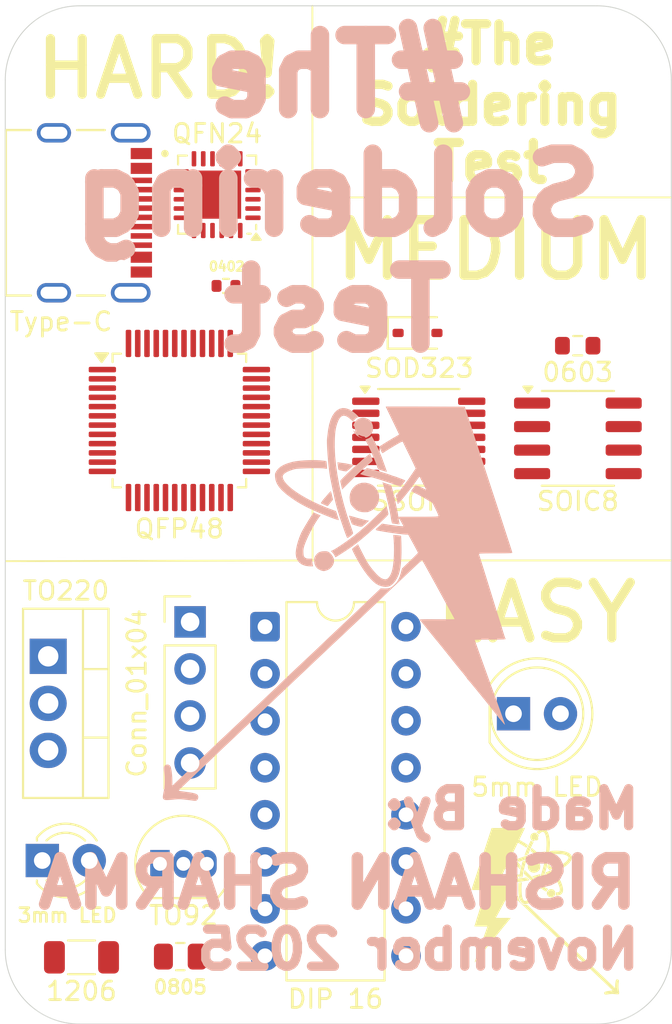
<source format=kicad_pcb>
(kicad_pcb (version 20241229) (generator "pcbnew") (generator_version "9.0")
  (layers (0 "F.Cu" signal) (2 "B.Cu" signal) (13 "F.Paste" user) (15 "B.Paste" user) (5 "F.SilkS" user "F.Silkscreen") (7 "B.SilkS" user "B.Silkscreen") (1 "F.Mask" user) (3 "B.Mask" user) (25 "Edge.Cuts" user))
  (net 0 "")
  (net 9 "VBUS")
  (net 10 "GND")
  (net 15 "GND_1")
  (net 16 "VBUS_1")
  (net 66 "Net-(U4-VDD-Pad14)")
  (net 67 "Net-(U4-GND-Pad15)")
  (net 116 "Net-(U5-GND-Pad2)")
  (footprint "Package_DIP:DIP-16_W7.62mm" (layer "F.Cu") (at 161.89 107.59)
    (property "Reference" "U8" (hide yes))
    (property "Value" "DIP 16" (at 3.81 20.11 0) (layer "F.SilkS"))
    (pad "1" thru_hole roundrect (at 0 0) (size 1.6 1.6) (drill 0.8) (layers "*.Cu" "*.Mask") (roundrect_rratio 0.15625))
    (pad "2" thru_hole circle (at 0 2.54) (size 1.6 1.6) (drill 0.8) (layers "*.Cu" "*.Mask"))
    (pad "3" thru_hole circle (at 0 5.08) (size 1.6 1.6) (drill 0.8) (layers "*.Cu" "*.Mask"))
    (pad "4" thru_hole circle (at 0 7.62) (size 1.6 1.6) (drill 0.8) (layers "*.Cu" "*.Mask"))
    (pad "5" thru_hole circle (at 0 10.16) (size 1.6 1.6) (drill 0.8) (layers "*.Cu" "*.Mask"))
    (pad "6" thru_hole circle (at 0 12.7) (size 1.6 1.6) (drill 0.8) (layers "*.Cu" "*.Mask"))
    (pad "7" thru_hole circle (at 0 15.24) (size 1.6 1.6) (drill 0.8) (layers "*.Cu" "*.Mask"))
    (pad "8" thru_hole circle (at 0 17.78) (size 1.6 1.6) (drill 0.8) (layers "*.Cu" "*.Mask"))
    (pad "9" thru_hole circle (at 7.62 17.78) (size 1.6 1.6) (drill 0.8) (layers "*.Cu" "*.Mask"))
    (pad "10" thru_hole circle (at 7.62 15.24) (size 1.6 1.6) (drill 0.8) (layers "*.Cu" "*.Mask"))
    (pad "11" thru_hole circle (at 7.62 12.7) (size 1.6 1.6) (drill 0.8) (layers "*.Cu" "*.Mask"))
    (pad "12" thru_hole circle (at 7.62 10.16) (size 1.6 1.6) (drill 0.8) (layers "*.Cu" "*.Mask"))
    (pad "13" thru_hole circle (at 7.62 7.62) (size 1.6 1.6) (drill 0.8) (layers "*.Cu" "*.Mask"))
    (pad "14" thru_hole circle (at 7.62 5.08) (size 1.6 1.6) (drill 0.8) (layers "*.Cu" "*.Mask"))
    (pad "15" thru_hole circle (at 7.62 2.54) (size 1.6 1.6) (drill 0.8) (layers "*.Cu" "*.Mask"))
    (pad "16" thru_hole circle (at 7.62 0) (size 1.6 1.6) (drill 0.8) (layers "*.Cu" "*.Mask"))
  )
  (footprint "Diode_SMD:D_SOD-323" (layer "F.Cu") (at 170.1325 91.72)
    (property "Reference" "D3" (hide yes))
    (property "Value" "SOD323" (at 0.1 1.9 0) (layer "F.SilkS"))
    (pad "1" smd roundrect (at -1.05 0) (size 0.6 0.45) (layers "F.Cu" "F.Mask" "F.Paste"))
    (pad "2" smd roundrect (at 1.05 0) (size 0.6 0.45) (layers "F.Cu" "F.Mask" "F.Paste"))
  )
  (footprint "Type C_MOD:KINGHELM_KH-TYPE-C-16P" (layer "F.Cu") (at 150.48 85.23 -90)
    (property "Reference" "J2" (hide yes))
    (property "Value" "KH-TYPE-C-16P" (hide yes))
    (pad "" np_thru_hole circle (at -2.89 -3.65 270) (size 0.7 0.7) (drill 0.7) (layers "*.Cu" "*.Mask"))
    (pad "" np_thru_hole circle (at 2.89 -3.65 270) (size 0.7 0.7) (drill 0.7) (layers "*.Cu" "*.Mask"))
    (pad "A1_B12" smd rect (at -3.2 -4.725 270) (size 0.6 1.15) (layers "F.Cu" "F.Mask" "F.Paste") (net 15 "GND_1"))
    (pad "A4_B9" smd rect (at -2.4 -4.725 270) (size 0.6 1.15) (layers "F.Cu" "F.Mask" "F.Paste") (net 16 "VBUS_1"))
    (pad "A5" smd rect (at -1.25 -4.725 270) (size 0.3 1.15) (layers "F.Cu" "F.Mask" "F.Paste"))
    (pad "A6" smd rect (at -0.25 -4.725 270) (size 0.3 1.15) (layers "F.Cu" "F.Mask" "F.Paste"))
    (pad "A7" smd rect (at 0.25 -4.725 270) (size 0.3 1.15) (layers "F.Cu" "F.Mask" "F.Paste"))
    (pad "A8" smd rect (at 1.25 -4.725 270) (size 0.3 1.15) (layers "F.Cu" "F.Mask" "F.Paste"))
    (pad "A9_B4" smd rect (at 2.4 -4.725 270) (size 0.6 1.15) (layers "F.Cu" "F.Mask" "F.Paste") (net 9 "VBUS"))
    (pad "A12_B1" smd rect (at 3.2 -4.725 270) (size 0.6 1.15) (layers "F.Cu" "F.Mask" "F.Paste") (net 10 "GND"))
    (pad "B5" smd rect (at 1.75 -4.725 270) (size 0.3 1.15) (layers "F.Cu" "F.Mask" "F.Paste"))
    (pad "B6" smd rect (at 0.75 -4.725 270) (size 0.3 1.15) (layers "F.Cu" "F.Mask" "F.Paste"))
    (pad "B7" smd rect (at -0.75 -4.725 270) (size 0.3 1.15) (layers "F.Cu" "F.Mask" "F.Paste"))
    (pad "B8" smd rect (at -1.75 -4.725 270) (size 0.3 1.15) (layers "F.Cu" "F.Mask" "F.Paste"))
    (pad "SH1" thru_hole oval (at -4.32 0 270) (size 1.05 1.85) (drill oval 0.65 1.45) (layers "*.Cu" "*.Mask"))
    (pad "SH2" thru_hole oval (at 4.32 0 270) (size 1.05 1.85) (drill oval 0.65 1.45) (layers "*.Cu" "*.Mask"))
    (pad "SH3" thru_hole oval (at -4.32 -4.15 270) (size 1.05 2.15) (drill oval 0.65 1.75) (layers "*.Cu" "*.Mask"))
    (pad "SH4" thru_hole oval (at 4.32 -4.15 270) (size 1.05 2.15) (drill oval 0.65 1.75) (layers "*.Cu" "*.Mask"))
  )
  (footprint "Resistor_SMD:R_1206_3216Metric" (layer "F.Cu") (at 151.97 125.45)
    (property "Reference" "R2" (hide yes))
    (property "Value" "1206" (at 0 1.83 0) (layer "F.SilkS"))
    (pad "1" smd roundrect (at -1.4625 0) (size 1.125 1.75) (layers "F.Cu" "F.Mask" "F.Paste") (roundrect_rratio 0.222222))
    (pad "2" smd roundrect (at 1.4625 0) (size 1.125 1.75) (layers "F.Cu" "F.Mask" "F.Paste") (roundrect_rratio 0.222222))
  )
  (footprint "LOGO" (layer "F.Cu") (at 177.01 122.86)
    (property "Reference" "G***" (hide yes))
    (property "Value" "LOGO" (hide yes))
  )
  (footprint "Package_SO:SOIC-8_3.9x4.9mm_P1.27mm" (layer "F.Cu") (at 178.8 97.415)
    (property "Reference" "U3" (hide yes))
    (property "Value" "SOIC8" (at 0 3.4 0) (layer "F.SilkS"))
    (pad "1" smd roundrect (at -2.475 -1.905) (size 1.95 0.6) (layers "F.Cu" "F.Mask" "F.Paste"))
    (pad "2" smd roundrect (at -2.475 -0.635) (size 1.95 0.6) (layers "F.Cu" "F.Mask" "F.Paste"))
    (pad "3" smd roundrect (at -2.475 0.635) (size 1.95 0.6) (layers "F.Cu" "F.Mask" "F.Paste"))
    (pad "4" smd roundrect (at -2.475 1.905) (size 1.95 0.6) (layers "F.Cu" "F.Mask" "F.Paste"))
    (pad "5" smd roundrect (at 2.475 1.905) (size 1.95 0.6) (layers "F.Cu" "F.Mask" "F.Paste"))
    (pad "6" smd roundrect (at 2.475 0.635) (size 1.95 0.6) (layers "F.Cu" "F.Mask" "F.Paste"))
    (pad "7" smd roundrect (at 2.475 -0.635) (size 1.95 0.6) (layers "F.Cu" "F.Mask" "F.Paste"))
    (pad "8" smd roundrect (at 2.475 -1.905) (size 1.95 0.6) (layers "F.Cu" "F.Mask" "F.Paste"))
  )
  (footprint "Resistor_SMD:R_0402_1005Metric" (layer "F.Cu") (at 159.78 89.18)
    (property "Reference" "R4" (hide yes))
    (property "Value" "0402" (at 0.04 -1.05 0) (layer "F.SilkS") (effects (font (size 0.5 0.5) (thickness 0.125))))
    (pad "1" smd roundrect (at -0.51 0) (size 0.54 0.64) (layers "F.Cu" "F.Mask" "F.Paste"))
    (pad "2" smd roundrect (at 0.51 0) (size 0.54 0.64) (layers "F.Cu" "F.Mask" "F.Paste"))
  )
  (footprint "LED_THT:LED_D3.0mm" (layer "F.Cu") (at 149.85 120.22)
    (property "Reference" "D1" (hide yes))
    (property "Value" "3mm LED" (at 1.35 2.96 0) (layer "F.SilkS") (effects (font (size 0.75 0.75))))
    (pad "1" thru_hole rect (at 0 0) (size 1.8 1.8) (drill 0.9) (layers "*.Cu" "*.Mask"))
    (pad "2" thru_hole circle (at 2.54 0) (size 1.8 1.8) (drill 0.9) (layers "*.Cu" "*.Mask"))
  )
  (footprint "Package_DFN_QFN:QFN-24-1EP_4x4mm_P0.5mm_EP2.6x2.6mm" (layer "F.Cu") (at 159.3 84.25 180)
    (property "Reference" "U5" (hide yes))
    (property "Value" "QFN24" (at 0 3.3 0) (layer "F.SilkS"))
    (pad "1" smd roundrect (at -1.9375 -1.25 180) (size 0.825 0.25) (layers "F.Cu" "F.Mask" "F.Paste"))
    (pad "2" smd roundrect (at -1.9375 -0.75 180) (size 0.825 0.25) (layers "F.Cu" "F.Mask" "F.Paste") (net 116 "Net-(U5-GND-Pad2)"))
    (pad "3" smd roundrect (at -1.9375 -0.25 180) (size 0.825 0.25) (layers "F.Cu" "F.Mask" "F.Paste"))
    (pad "4" smd roundrect (at -1.9375 0.25 180) (size 0.825 0.25) (layers "F.Cu" "F.Mask" "F.Paste"))
    (pad "5" smd roundrect (at -1.9375 0.75 180) (size 0.825 0.25) (layers "F.Cu" "F.Mask" "F.Paste"))
    (pad "6" smd roundrect (at -1.9375 1.25 180) (size 0.825 0.25) (layers "F.Cu" "F.Mask" "F.Paste"))
    (pad "7" smd roundrect (at -1.25 1.9375 180) (size 0.25 0.825) (layers "F.Cu" "F.Mask" "F.Paste"))
    (pad "8" smd roundrect (at -0.75 1.9375 180) (size 0.25 0.825) (layers "F.Cu" "F.Mask" "F.Paste"))
    (pad "9" smd roundrect (at -0.25 1.9375 180) (size 0.25 0.825) (layers "F.Cu" "F.Mask" "F.Paste"))
    (pad "10" smd roundrect (at 0.25 1.9375 180) (size 0.25 0.825) (layers "F.Cu" "F.Mask" "F.Paste"))
    (pad "11" smd roundrect (at 0.75 1.9375 180) (size 0.25 0.825) (layers "F.Cu" "F.Mask" "F.Paste"))
    (pad "12" smd roundrect (at 1.25 1.9375 180) (size 0.25 0.825) (layers "F.Cu" "F.Mask" "F.Paste"))
    (pad "13" smd roundrect (at 1.9375 1.25 180) (size 0.825 0.25) (layers "F.Cu" "F.Mask" "F.Paste"))
    (pad "14" smd roundrect (at 1.9375 0.75 180) (size 0.825 0.25) (layers "F.Cu" "F.Mask" "F.Paste"))
    (pad "15" smd roundrect (at 1.9375 0.25 180) (size 0.825 0.25) (layers "F.Cu" "F.Mask" "F.Paste"))
    (pad "16" smd roundrect (at 1.9375 -0.25 180) (size 0.825 0.25) (layers "F.Cu" "F.Mask" "F.Paste"))
    (pad "17" smd roundrect (at 1.9375 -0.75 180) (size 0.825 0.25) (layers "F.Cu" "F.Mask" "F.Paste"))
    (pad "18" smd roundrect (at 1.9375 -1.25 180) (size 0.825 0.25) (layers "F.Cu" "F.Mask" "F.Paste"))
    (pad "19" smd roundrect (at 1.25 -1.9375 180) (size 0.25 0.825) (layers "F.Cu" "F.Mask" "F.Paste"))
    (pad "20" smd roundrect (at 0.75 -1.9375 180) (size 0.25 0.825) (layers "F.Cu" "F.Mask" "F.Paste"))
    (pad "21" smd roundrect (at 0.25 -1.9375 180) (size 0.25 0.825) (layers "F.Cu" "F.Mask" "F.Paste"))
    (pad "22" smd roundrect (at -0.25 -1.9375 180) (size 0.25 0.825) (layers "F.Cu" "F.Mask" "F.Paste"))
    (pad "23" smd roundrect (at -0.75 -1.9375 180) (size 0.25 0.825) (layers "F.Cu" "F.Mask" "F.Paste"))
    (pad "24" smd roundrect (at -1.25 -1.9375 180) (size 0.25 0.825) (layers "F.Cu" "F.Mask" "F.Paste"))
    (pad "25" smd rect (at 0 0 180) (size 2.6 2.6) (property pad_prop_heatsink) (layers "F.Cu" "F.Mask") (net 116 "Net-(U5-GND-Pad2)"))
  )
  (footprint "Package_TO_SOT_THT:TO-220-3_Vertical" (layer "F.Cu") (at 150.17 109.19 -90)
    (property "Reference" "U9" (hide yes))
    (property "Value" "TO220" (at -3.54 -0.96 180) (layer "F.SilkS"))
    (pad "1" thru_hole rect (at 0 0 270) (size 1.905 2) (drill 1.1) (layers "*.Cu" "*.Mask"))
    (pad "2" thru_hole oval (at 2.54 0 270) (size 1.905 2) (drill 1.1) (layers "*.Cu" "*.Mask"))
    (pad "3" thru_hole oval (at 5.08 0 270) (size 1.905 2) (drill 1.1) (layers "*.Cu" "*.Mask"))
  )
  (footprint "Package_TO_SOT_THT:TO-92_Inline" (layer "F.Cu") (at 156.21 120.4)
    (property "Reference" "U1" (hide yes))
    (property "Value" "TO92" (at 1.27 2.79 0) (layer "F.SilkS"))
    (pad "1" thru_hole rect (at 0 0) (size 1.05 1.5) (drill 0.75) (layers "*.Cu" "*.Mask"))
    (pad "2" thru_hole oval (at 1.27 0) (size 1.05 1.5) (drill 0.75) (layers "*.Cu" "*.Mask"))
    (pad "3" thru_hole oval (at 2.54 0) (size 1.05 1.5) (drill 0.75) (layers "*.Cu" "*.Mask"))
  )
  (footprint "Package_QFP:TQFP-48_7x7mm_P0.5mm" (layer "F.Cu") (at 157.26 96.45)
    (property "Reference" "U4" (hide yes))
    (property "Value" "QFP48" (at 0 5.85 0) (layer "F.SilkS"))
    (pad "1" smd roundrect (at -4.1625 -2.75) (size 1.475 0.3) (layers "F.Cu" "F.Mask" "F.Paste"))
    (pad "2" smd roundrect (at -4.1625 -2.25) (size 1.475 0.3) (layers "F.Cu" "F.Mask" "F.Paste"))
    (pad "3" smd roundrect (at -4.1625 -1.75) (size 1.475 0.3) (layers "F.Cu" "F.Mask" "F.Paste"))
    (pad "4" smd roundrect (at -4.1625 -1.25) (size 1.475 0.3) (layers "F.Cu" "F.Mask" "F.Paste"))
    (pad "5" smd roundrect (at -4.1625 -0.75) (size 1.475 0.3) (layers "F.Cu" "F.Mask" "F.Paste"))
    (pad "6" smd roundrect (at -4.1625 -0.25) (size 1.475 0.3) (layers "F.Cu" "F.Mask" "F.Paste"))
    (pad "7" smd roundrect (at -4.1625 0.25) (size 1.475 0.3) (layers "F.Cu" "F.Mask" "F.Paste"))
    (pad "8" smd roundrect (at -4.1625 0.75) (size 1.475 0.3) (layers "F.Cu" "F.Mask" "F.Paste"))
    (pad "9" smd roundrect (at -4.1625 1.25) (size 1.475 0.3) (layers "F.Cu" "F.Mask" "F.Paste"))
    (pad "10" smd roundrect (at -4.1625 1.75) (size 1.475 0.3) (layers "F.Cu" "F.Mask" "F.Paste"))
    (pad "11" smd roundrect (at -4.1625 2.25) (size 1.475 0.3) (layers "F.Cu" "F.Mask" "F.Paste"))
    (pad "12" smd roundrect (at -4.1625 2.75) (size 1.475 0.3) (layers "F.Cu" "F.Mask" "F.Paste"))
    (pad "13" smd roundrect (at -2.75 4.1625) (size 0.3 1.475) (layers "F.Cu" "F.Mask" "F.Paste"))
    (pad "14" smd roundrect (at -2.25 4.1625) (size 0.3 1.475) (layers "F.Cu" "F.Mask" "F.Paste") (net 66 "Net-(U4-VDD-Pad14)"))
    (pad "15" smd roundrect (at -1.75 4.1625) (size 0.3 1.475) (layers "F.Cu" "F.Mask" "F.Paste") (net 67 "Net-(U4-GND-Pad15)"))
    (pad "16" smd roundrect (at -1.25 4.1625) (size 0.3 1.475) (layers "F.Cu" "F.Mask" "F.Paste"))
    (pad "17" smd roundrect (at -0.75 4.1625) (size 0.3 1.475) (layers "F.Cu" "F.Mask" "F.Paste"))
    (pad "18" smd roundrect (at -0.25 4.1625) (size 0.3 1.475) (layers "F.Cu" "F.Mask" "F.Paste"))
    (pad "19" smd roundrect (at 0.25 4.1625) (size 0.3 1.475) (layers "F.Cu" "F.Mask" "F.Paste"))
    (pad "20" smd roundrect (at 0.75 4.1625) (size 0.3 1.475) (layers "F.Cu" "F.Mask" "F.Paste"))
    (pad "21" smd roundrect (at 1.25 4.1625) (size 0.3 1.475) (layers "F.Cu" "F.Mask" "F.Paste"))
    (pad "22" smd roundrect (at 1.75 4.1625) (size 0.3 1.475) (layers "F.Cu" "F.Mask" "F.Paste"))
    (pad "23" smd roundrect (at 2.25 4.1625) (size 0.3 1.475) (layers "F.Cu" "F.Mask" "F.Paste"))
    (pad "24" smd roundrect (at 2.75 4.1625) (size 0.3 1.475) (layers "F.Cu" "F.Mask" "F.Paste"))
    (pad "25" smd roundrect (at 4.1625 2.75) (size 1.475 0.3) (layers "F.Cu" "F.Mask" "F.Paste"))
    (pad "26" smd roundrect (at 4.1625 2.25) (size 1.475 0.3) (layers "F.Cu" "F.Mask" "F.Paste"))
    (pad "27" smd roundrect (at 4.1625 1.75) (size 1.475 0.3) (layers "F.Cu" "F.Mask" "F.Paste"))
    (pad "28" smd roundrect (at 4.1625 1.25) (size 1.475 0.3) (layers "F.Cu" "F.Mask" "F.Paste"))
    (pad "29" smd roundrect (at 4.1625 0.75) (size 1.475 0.3) (layers "F.Cu" "F.Mask" "F.Paste") (net 67 "Net-(U4-GND-Pad15)"))
    (pad "30" smd roundrect (at 4.1625 0.25) (size 1.475 0.3) (layers "F.Cu" "F.Mask" "F.Paste"))
    (pad "31" smd roundrect (at 4.1625 -0.25) (size 1.475 0.3) (layers "F.Cu" "F.Mask" "F.Paste"))
    (pad "32" smd roundrect (at 4.1625 -0.75) (size 1.475 0.3) (layers "F.Cu" "F.Mask" "F.Paste"))
    (pad "33" smd roundrect (at 4.1625 -1.25) (size 1.475 0.3) (layers "F.Cu" "F.Mask" "F.Paste"))
    (pad "34" smd roundrect (at 4.1625 -1.75) (size 1.475 0.3) (layers "F.Cu" "F.Mask" "F.Paste"))
    (pad "35" smd roundrect (at 4.1625 -2.25) (size 1.475 0.3) (layers "F.Cu" "F.Mask" "F.Paste"))
    (pad "36" smd roundrect (at 4.1625 -2.75) (size 1.475 0.3) (layers "F.Cu" "F.Mask" "F.Paste"))
    (pad "37" smd roundrect (at 2.75 -4.1625) (size 0.3 1.475) (layers "F.Cu" "F.Mask" "F.Paste"))
    (pad "38" smd roundrect (at 2.25 -4.1625) (size 0.3 1.475) (layers "F.Cu" "F.Mask" "F.Paste"))
    (pad "39" smd roundrect (at 1.75 -4.1625) (size 0.3 1.475) (layers "F.Cu" "F.Mask" "F.Paste"))
    (pad "40" smd roundrect (at 1.25 -4.1625) (size 0.3 1.475) (layers "F.Cu" "F.Mask" "F.Paste"))
    (pad "41" smd roundrect (at 0.75 -4.1625) (size 0.3 1.475) (layers "F.Cu" "F.Mask" "F.Paste"))
    (pad "42" smd roundrect (at 0.25 -4.1625) (size 0.3 1.475) (layers "F.Cu" "F.Mask" "F.Paste") (net 66 "Net-(U4-VDD-Pad14)"))
    (pad "43" smd roundrect (at -0.25 -4.1625) (size 0.3 1.475) (layers "F.Cu" "F.Mask" "F.Paste") (net 67 "Net-(U4-GND-Pad15)"))
    (pad "44" smd roundrect (at -0.75 -4.1625) (size 0.3 1.475) (layers "F.Cu" "F.Mask" "F.Paste"))
    (pad "45" smd roundrect (at -1.25 -4.1625) (size 0.3 1.475) (layers "F.Cu" "F.Mask" "F.Paste"))
    (pad "46" smd roundrect (at -1.75 -4.1625) (size 0.3 1.475) (layers "F.Cu" "F.Mask" "F.Paste"))
    (pad "47" smd roundrect (at -2.25 -4.1625) (size 0.3 1.475) (layers "F.Cu" "F.Mask" "F.Paste"))
    (pad "48" smd roundrect (at -2.75 -4.1625) (size 0.3 1.475) (layers "F.Cu" "F.Mask" "F.Paste"))
  )
  (footprint "Resistor_SMD:R_0805_2012Metric" (layer "F.Cu") (at 157.31 125.41)
    (property "Reference" "R1" (hide yes))
    (property "Value" "0805" (at 0 1.65 0) (layer "F.SilkS") (effects (font (size 0.75 0.75))))
    (pad "1" smd roundrect (at -0.9125 0) (size 1.025 1.4) (layers "F.Cu" "F.Mask" "F.Paste") (roundrect_rratio 0.243902))
    (pad "2" smd roundrect (at 0.9125 0) (size 1.025 1.4) (layers "F.Cu" "F.Mask" "F.Paste") (roundrect_rratio 0.243902))
  )
  (footprint "Connector_PinHeader_2.54mm:PinHeader_1x04_P2.54mm_Vertical" (layer "F.Cu") (at 157.84 107.33)
    (property "Reference" "J3" (hide yes))
    (property "Value" "Conn_01x04" (at -2.88 3.86 90) (layer "F.SilkS"))
    (pad "1" thru_hole rect (at 0 0) (size 1.7 1.7) (drill 1) (layers "*.Cu" "*.Mask"))
    (pad "2" thru_hole circle (at 0 2.54) (size 1.7 1.7) (drill 1) (layers "*.Cu" "*.Mask"))
    (pad "3" thru_hole circle (at 0 5.08) (size 1.7 1.7) (drill 1) (layers "*.Cu" "*.Mask"))
    (pad "4" thru_hole circle (at 0 7.62) (size 1.7 1.7) (drill 1) (layers "*.Cu" "*.Mask"))
  )
  (footprint "LED_THT:LED_D5.0mm" (layer "F.Cu") (at 175.32 112.29)
    (property "Reference" "D2" (hide yes))
    (property "Value" "5mm LED" (at 1.27 3.96 0) (layer "F.SilkS"))
    (pad "1" thru_hole rect (at 0 0) (size 1.8 1.8) (drill 0.9) (layers "*.Cu" "*.Mask"))
    (pad "2" thru_hole circle (at 2.54 0) (size 1.8 1.8) (drill 0.9) (layers "*.Cu" "*.Mask"))
  )
  (footprint "Package_SO:TSSOP-14_4.4x5mm_P0.65mm" (layer "F.Cu") (at 170.2 97.36)
    (property "Reference" "U2" (hide yes))
    (property "Value" "TSSOP14" (at 0 3.45 0) (layer "F.SilkS"))
    (pad "1" smd roundrect (at -2.8625 -1.95) (size 1.475 0.4) (layers "F.Cu" "F.Mask" "F.Paste"))
    (pad "2" smd roundrect (at -2.8625 -1.3) (size 1.475 0.4) (layers "F.Cu" "F.Mask" "F.Paste"))
    (pad "3" smd roundrect (at -2.8625 -0.65) (size 1.475 0.4) (layers "F.Cu" "F.Mask" "F.Paste"))
    (pad "4" smd roundrect (at -2.8625 0) (size 1.475 0.4) (layers "F.Cu" "F.Mask" "F.Paste"))
    (pad "5" smd roundrect (at -2.8625 0.65) (size 1.475 0.4) (layers "F.Cu" "F.Mask" "F.Paste"))
    (pad "6" smd roundrect (at -2.8625 1.3) (size 1.475 0.4) (layers "F.Cu" "F.Mask" "F.Paste"))
    (pad "7" smd roundrect (at -2.8625 1.95) (size 1.475 0.4) (layers "F.Cu" "F.Mask" "F.Paste"))
    (pad "8" smd roundrect (at 2.8625 1.95) (size 1.475 0.4) (layers "F.Cu" "F.Mask" "F.Paste"))
    (pad "9" smd roundrect (at 2.8625 1.3) (size 1.475 0.4) (layers "F.Cu" "F.Mask" "F.Paste"))
    (pad "10" smd roundrect (at 2.8625 0.65) (size 1.475 0.4) (layers "F.Cu" "F.Mask" "F.Paste"))
    (pad "11" smd roundrect (at 2.8625 0) (size 1.475 0.4) (layers "F.Cu" "F.Mask" "F.Paste"))
    (pad "12" smd roundrect (at 2.8625 -0.65) (size 1.475 0.4) (layers "F.Cu" "F.Mask" "F.Paste"))
    (pad "13" smd roundrect (at 2.8625 -1.3) (size 1.475 0.4) (layers "F.Cu" "F.Mask" "F.Paste"))
    (pad "14" smd roundrect (at 2.8625 -1.95) (size 1.475 0.4) (layers "F.Cu" "F.Mask" "F.Paste"))
  )
  (footprint "Resistor_SMD:R_0603_1608Metric" (layer "F.Cu") (at 178.79 92.41)
    (property "Reference" "R3" (hide yes))
    (property "Value" "0603" (at 0 1.43 0) (layer "F.SilkS"))
    (pad "1" smd roundrect (at -0.825 0) (size 0.8 0.95) (layers "F.Cu" "F.Mask" "F.Paste"))
    (pad "2" smd roundrect (at 0.825 0) (size 0.8 0.95) (layers "F.Cu" "F.Mask" "F.Paste"))
  )
  (footprint "LOGO" (layer "B.Cu") (at 165.886756 106.1 180)
    (property "Reference" "G***" (hide yes))
    (property "Value" "LOGO" (hide yes))
  )
  (gr_line (start 164.46 104.01) (end 164.45 74.05) (stroke (width 0.1)) (layer "F.SilkS"))
  (gr_line (start 147.89 104.05) (end 164.46 104.01) (stroke (width 0.1)) (layer "F.SilkS"))
  (gr_line (start 164.455 84.4) (end 183.85 84.4) (stroke (width 0.1)) (layer "F.SilkS"))
  (gr_line (start 164.46 104.01) (end 183.85 104.01) (stroke (width 0.1)) (layer "F.SilkS"))
  (gr_arc (start 179.85 74.05) (mid 182.678427 75.221573) (end 183.85 78.05) (stroke (width 0.05)) (layer "Edge.Cuts"))
  (gr_line (start 179.85 74.05) (end 151.85 74.05) (stroke (width 0.05)) (layer "Edge.Cuts"))
  (gr_line (start 183.85 125.05) (end 183.85 78.05) (stroke (width 0.05)) (layer "Edge.Cuts"))
  (gr_line (start 147.85 78.05) (end 147.85 125.05) (stroke (width 0.05)) (layer "Edge.Cuts"))
  (gr_arc (start 151.85 129.05) (mid 149.021573 127.878427) (end 147.85 125.05) (stroke (width 0.05)) (layer "Edge.Cuts"))
  (gr_arc (start 147.85 78.05) (mid 149.021573 75.221573) (end 151.85 74.05) (stroke (width 0.05)) (layer "Edge.Cuts"))
  (gr_arc (start 183.85 125.05) (mid 182.678427 127.878427) (end 179.85 129.05) (stroke (width 0.05)) (layer "Edge.Cuts"))
  (gr_line (start 151.85 129.05) (end 179.85 129.05) (stroke (width 0.05)) (layer "Edge.Cuts"))
  (gr_text "#The" (at 174.06 76.12 0) (layer "F.SilkS") (effects (font (size 2 2) (thickness 0.5) (bold yes))))
  (gr_text "HARD!" (at 156.15 77.46 0) (layer "F.SilkS") (effects (font (size 3 3) (thickness 0.5) (bold yes))))
  (gr_text "Type-C" (at 150.86 91.11 0) (layer "F.SilkS") (effects (font (size 1 1))))
  (gr_text "Test" (at 174.06 82.53 0) (layer "F.SilkS") (effects (font (size 2 2) (thickness 0.5) (bold yes))))
  (gr_text "EASY" (at 176.56 106.83 0) (layer "F.SilkS") (effects (font (size 3 3) (thickness 0.5) (bold yes))))
  (gr_text "Soldering" (at 174.06 79.39 0) (layer "F.SilkS") (effects (font (size 2 2) (thickness 0.5) (bold yes))))
  (gr_text "MEDIUM" (at 174.36 87.24 0) (layer "F.SilkS") (effects (font (size 3 3) (thickness 0.5) (bold yes))))
  (gr_text "Test" (at 165.810596 90.5 0) (layer "B.SilkS") (effects (font (size 4 4) (thickness 1) (bold yes)) (justify mirror)))
  (gr_text "Made By:" (at 175.21 117.44 0) (layer "B.SilkS") (effects (font (size 2 2) (thickness 0.5) (bold yes)) (justify mirror)))
  (gr_text "Soldering" (at 165.810596 84.24 0) (layer "B.SilkS") (effects (font (size 4 4) (thickness 1) (bold yes)) (justify mirror)))
  (gr_text "November 2025" (at 170.162381 125.03 0) (layer "B.SilkS") (effects (font (size 2 2) (thickness 0.5) (bold yes)) (justify mirror)))
  (gr_text "#The" (at 165.810596 77.83 0) (layer "B.SilkS") (effects (font (size 4 4) (thickness 1) (bold yes)) (justify mirror)))
  (gr_text "RISHAAN SHARMA" (at 165.810596 121.45 0) (layer "B.SilkS") (effects (font (size 2.5 2.5) (thickness 0.625) (bold yes)) (justify mirror)))
)
</source>
